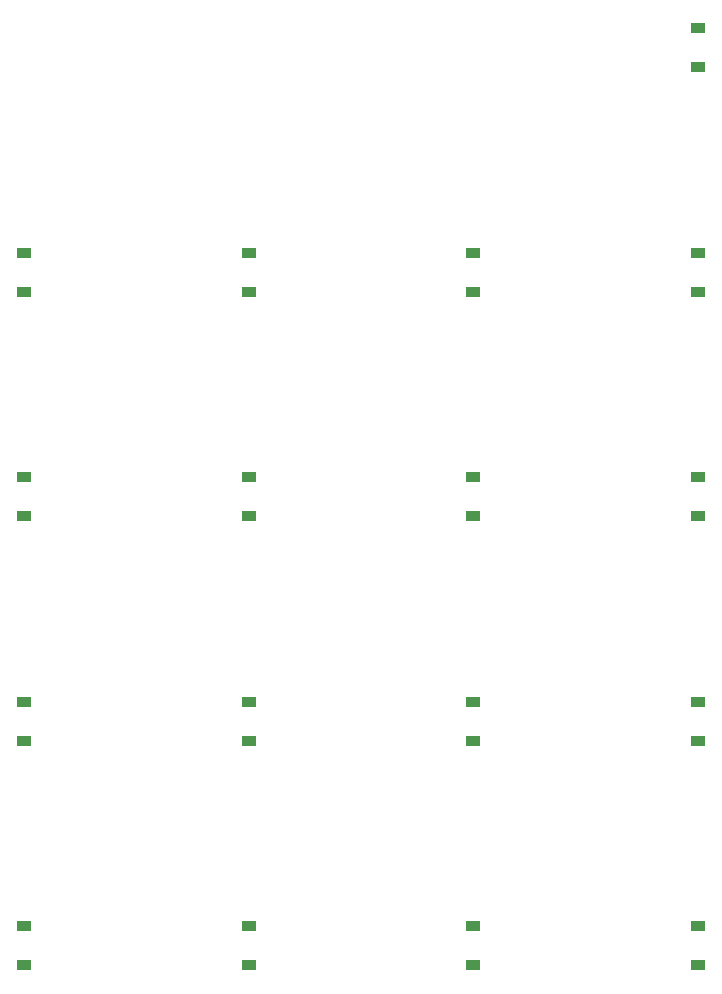
<source format=gbr>
%TF.GenerationSoftware,KiCad,Pcbnew,8.0.5*%
%TF.CreationDate,2024-10-25T18:54:30-04:00*%
%TF.ProjectId,macropad,6d616372-6f70-4616-942e-6b696361645f,v1.0.0*%
%TF.SameCoordinates,Original*%
%TF.FileFunction,Paste,Bot*%
%TF.FilePolarity,Positive*%
%FSLAX46Y46*%
G04 Gerber Fmt 4.6, Leading zero omitted, Abs format (unit mm)*
G04 Created by KiCad (PCBNEW 8.0.5) date 2024-10-25 18:54:30*
%MOMM*%
%LPD*%
G01*
G04 APERTURE LIST*
%ADD10R,1.200000X0.900000*%
G04 APERTURE END LIST*
D10*
%TO.C,D10*%
X136500000Y-105840000D03*
X136500000Y-102540000D03*
%TD*%
%TO.C,D13*%
X155500000Y-124840000D03*
X155500000Y-121540000D03*
%TD*%
%TO.C,D2*%
X98500000Y-105840000D03*
X98500000Y-102540000D03*
%TD*%
%TO.C,D9*%
X136500000Y-124840000D03*
X136500000Y-121540000D03*
%TD*%
%TO.C,D4*%
X98500000Y-67840000D03*
X98500000Y-64540000D03*
%TD*%
%TO.C,D14*%
X155500000Y-105840000D03*
X155500000Y-102540000D03*
%TD*%
%TO.C,D15*%
X155500000Y-86840000D03*
X155500000Y-83540000D03*
%TD*%
%TO.C,D6*%
X117500000Y-105840000D03*
X117500000Y-102540000D03*
%TD*%
%TO.C,D3*%
X98500000Y-86840000D03*
X98500000Y-83540000D03*
%TD*%
%TO.C,D8*%
X117500000Y-67840000D03*
X117500000Y-64540000D03*
%TD*%
%TO.C,D11*%
X136500000Y-86840000D03*
X136500000Y-83540000D03*
%TD*%
%TO.C,D12*%
X136500000Y-67840000D03*
X136500000Y-64540000D03*
%TD*%
%TO.C,D5*%
X117500000Y-124840000D03*
X117500000Y-121540000D03*
%TD*%
%TO.C,D7*%
X117500000Y-86840000D03*
X117500000Y-83540000D03*
%TD*%
%TO.C,D16*%
X155500000Y-67840000D03*
X155500000Y-64540000D03*
%TD*%
%TO.C,D17*%
X155500000Y-48840000D03*
X155500000Y-45540000D03*
%TD*%
%TO.C,D1*%
X98500000Y-124840000D03*
X98500000Y-121540000D03*
%TD*%
M02*

</source>
